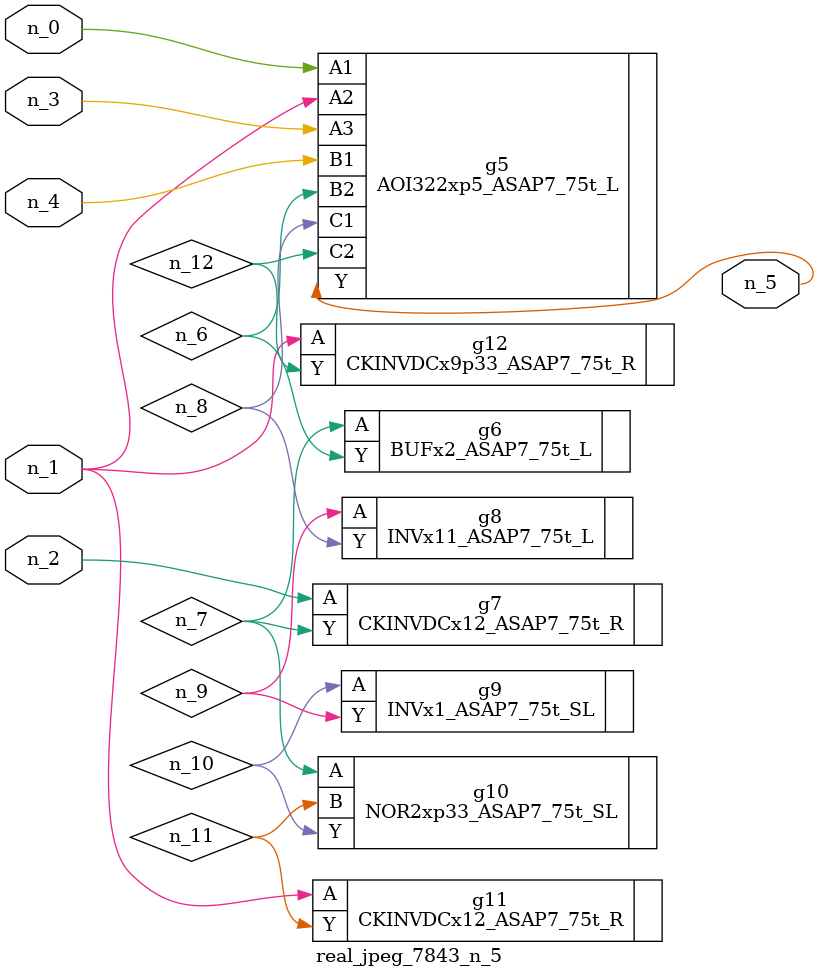
<source format=v>
module real_jpeg_7843_n_5 (n_4, n_0, n_1, n_2, n_3, n_5);

input n_4;
input n_0;
input n_1;
input n_2;
input n_3;

output n_5;

wire n_12;
wire n_8;
wire n_11;
wire n_6;
wire n_7;
wire n_10;
wire n_9;

AOI322xp5_ASAP7_75t_L g5 ( 
.A1(n_0),
.A2(n_1),
.A3(n_3),
.B1(n_4),
.B2(n_6),
.C1(n_8),
.C2(n_12),
.Y(n_5)
);

CKINVDCx12_ASAP7_75t_R g11 ( 
.A(n_1),
.Y(n_11)
);

CKINVDCx9p33_ASAP7_75t_R g12 ( 
.A(n_1),
.Y(n_12)
);

CKINVDCx12_ASAP7_75t_R g7 ( 
.A(n_2),
.Y(n_7)
);

BUFx2_ASAP7_75t_L g6 ( 
.A(n_7),
.Y(n_6)
);

NOR2xp33_ASAP7_75t_SL g10 ( 
.A(n_7),
.B(n_11),
.Y(n_10)
);

INVx11_ASAP7_75t_L g8 ( 
.A(n_9),
.Y(n_8)
);

INVx1_ASAP7_75t_SL g9 ( 
.A(n_10),
.Y(n_9)
);


endmodule
</source>
